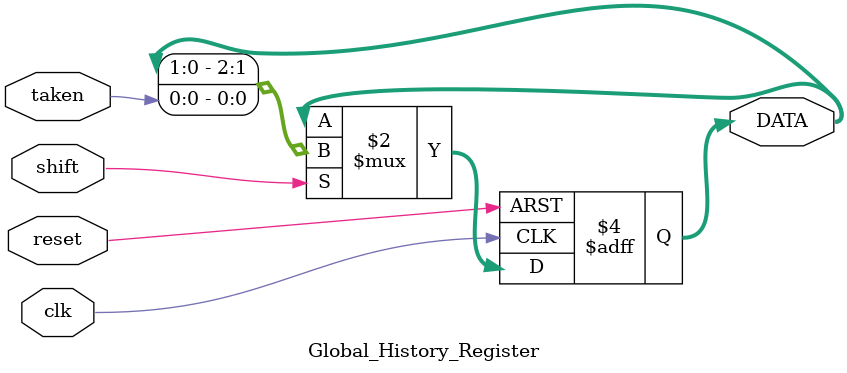
<source format=v>
module Global_History_Register (
  input wire taken, // Indicates if the branch was taken or not
  input wire clk,   // Clock signal
  input wire reset, // Reset signal
  input wire shift, // Shift signal
  output reg [2:0] DATA // 3-bit GHR
);

  always @(posedge clk or posedge reset) begin
    if (reset) begin
      DATA <= 3'b000; // On reset, clear the GHR
    end else if (shift) begin
      DATA <= {DATA[1:0], taken}; // Shift left and append the 'taken' signal at the end
    end // No operation if shift is low, DATA remains the same
  end

endmodule

</source>
